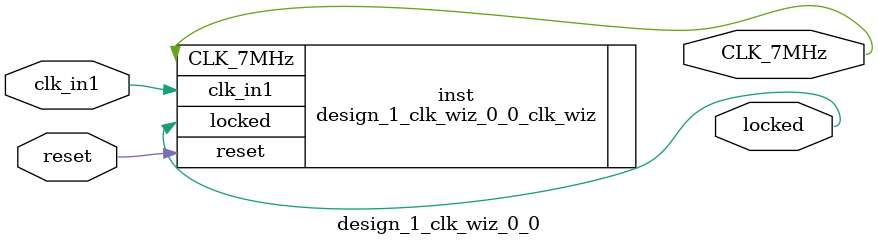
<source format=v>


`timescale 1ps/1ps

(* CORE_GENERATION_INFO = "design_1_clk_wiz_0_0,clk_wiz_v6_0_1_0_0,{component_name=design_1_clk_wiz_0_0,use_phase_alignment=true,use_min_o_jitter=false,use_max_i_jitter=false,use_dyn_phase_shift=false,use_inclk_switchover=false,use_dyn_reconfig=false,enable_axi=0,feedback_source=FDBK_AUTO,PRIMITIVE=MMCM,num_out_clk=1,clkin1_period=10.000,clkin2_period=10.000,use_power_down=false,use_reset=true,use_locked=true,use_inclk_stopped=false,feedback_type=SINGLE,CLOCK_MGR_TYPE=NA,manual_override=false}" *)

module design_1_clk_wiz_0_0 
 (
  // Clock out ports
  output        CLK_7MHz,
  // Status and control signals
  input         reset,
  output        locked,
 // Clock in ports
  input         clk_in1
 );

  design_1_clk_wiz_0_0_clk_wiz inst
  (
  // Clock out ports  
  .CLK_7MHz(CLK_7MHz),
  // Status and control signals               
  .reset(reset), 
  .locked(locked),
 // Clock in ports
  .clk_in1(clk_in1)
  );

endmodule

</source>
